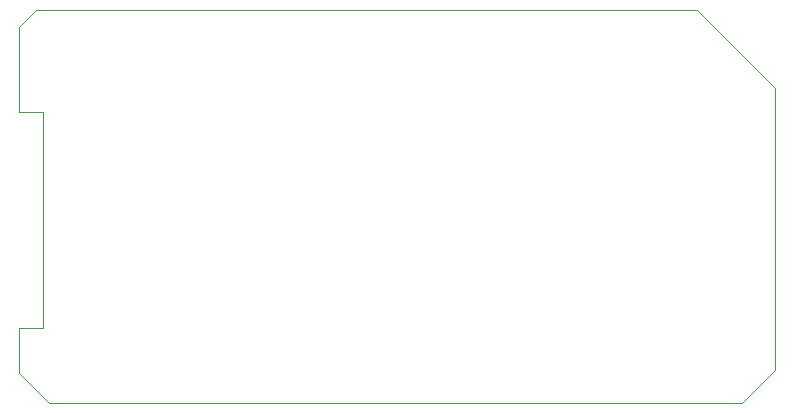
<source format=gko>
G04*
G04 #@! TF.GenerationSoftware,Altium Limited,Altium Designer,21.4.1 (30)*
G04*
G04 Layer_Color=16711935*
%FSLAX44Y44*%
%MOMM*%
G71*
G04*
G04 #@! TF.SameCoordinates,C0E257CA-E608-45CC-978B-2DEEB779FBD1*
G04*
G04*
G04 #@! TF.FilePolarity,Positive*
G04*
G01*
G75*
%ADD81C,0.0254*%
D81*
X279400Y601980D02*
X866140D01*
X254000Y627380D02*
X279400Y601980D01*
X254000Y627380D02*
Y665480D01*
X274320D01*
Y848360D01*
X254000D02*
X274320D01*
X254000D02*
Y920750D01*
X267970Y934720D01*
X828040D01*
X894080Y868680D01*
Y629920D02*
Y868680D01*
X866140Y601980D02*
X894080Y629920D01*
M02*

</source>
